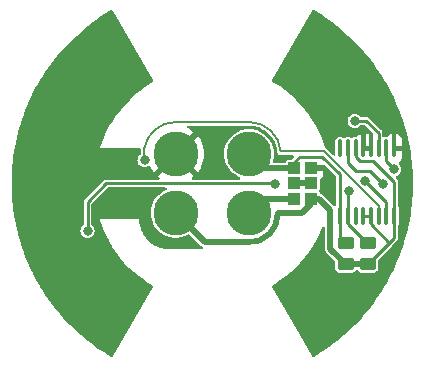
<source format=gbr>
%TF.GenerationSoftware,KiCad,Pcbnew,(7.0.0)*%
%TF.CreationDate,2024-02-03T20:33:07+01:00*%
%TF.ProjectId,Helios_rcv_10xx,48656c69-6f73-45f7-9263-765f31307878,rev?*%
%TF.SameCoordinates,PX9d5b340PY5f5e100*%
%TF.FileFunction,Copper,L2,Bot*%
%TF.FilePolarity,Positive*%
%FSLAX46Y46*%
G04 Gerber Fmt 4.6, Leading zero omitted, Abs format (unit mm)*
G04 Created by KiCad (PCBNEW (7.0.0)) date 2024-02-03 20:33:07*
%MOMM*%
%LPD*%
G01*
G04 APERTURE LIST*
G04 Aperture macros list*
%AMRoundRect*
0 Rectangle with rounded corners*
0 $1 Rounding radius*
0 $2 $3 $4 $5 $6 $7 $8 $9 X,Y pos of 4 corners*
0 Add a 4 corners polygon primitive as box body*
4,1,4,$2,$3,$4,$5,$6,$7,$8,$9,$2,$3,0*
0 Add four circle primitives for the rounded corners*
1,1,$1+$1,$2,$3*
1,1,$1+$1,$4,$5*
1,1,$1+$1,$6,$7*
1,1,$1+$1,$8,$9*
0 Add four rect primitives between the rounded corners*
20,1,$1+$1,$2,$3,$4,$5,0*
20,1,$1+$1,$4,$5,$6,$7,0*
20,1,$1+$1,$6,$7,$8,$9,0*
20,1,$1+$1,$8,$9,$2,$3,0*%
G04 Aperture macros list end*
%TA.AperFunction,SMDPad,CuDef*%
%ADD10RoundRect,0.250000X0.450000X-0.262500X0.450000X0.262500X-0.450000X0.262500X-0.450000X-0.262500X0*%
%TD*%
%TA.AperFunction,SMDPad,CuDef*%
%ADD11R,1.000000X1.000000*%
%TD*%
%TA.AperFunction,SMDPad,CuDef*%
%ADD12RoundRect,0.100000X-0.100000X0.637500X-0.100000X-0.637500X0.100000X-0.637500X0.100000X0.637500X0*%
%TD*%
%TA.AperFunction,ComponentPad*%
%ADD13C,3.800000*%
%TD*%
%TA.AperFunction,ViaPad*%
%ADD14C,0.800000*%
%TD*%
%TA.AperFunction,Conductor*%
%ADD15C,0.250000*%
%TD*%
%TA.AperFunction,Conductor*%
%ADD16C,0.500000*%
%TD*%
%TA.AperFunction,Conductor*%
%ADD17C,0.200000*%
%TD*%
G04 APERTURE END LIST*
D10*
%TO.P,R5,1*%
%TO.N,VCC*%
X13150000Y-6862500D03*
%TO.P,R5,2*%
%TO.N,SDA*%
X13150000Y-5037500D03*
%TD*%
D11*
%TO.P,JP2,1,A*%
%TO.N,SCL*%
X6949999Y1299999D03*
%TO.P,JP2,2,C*%
%TO.N,Net-(JP1-C)*%
X6949999Y0D03*
%TO.P,JP2,3,B*%
%TO.N,SDA*%
X6949999Y-1299999D03*
%TD*%
D12*
%TO.P,U2,1,A0*%
%TO.N,unconnected-(U2-A0-Pad1)*%
X10825000Y2962500D03*
%TO.P,U2,2,A1*%
%TO.N,SDA*%
X11475000Y2962500D03*
%TO.P,U2,3,~{RESET}*%
%TO.N,VCC*%
X12125000Y2962500D03*
%TO.P,U2,4,DGND*%
%TO.N,GND*%
X12775000Y2962500D03*
%TO.P,U2,5,AVSS*%
X13425000Y2962500D03*
%TO.P,U2,6,AIN3*%
%TO.N,F3*%
X14075000Y2962500D03*
%TO.P,U2,7,AIN2*%
%TO.N,F2*%
X14725000Y2962500D03*
%TO.P,U2,8,REFN*%
%TO.N,GND*%
X15375000Y2962500D03*
%TO.P,U2,9,REFP*%
%TO.N,VCC*%
X15375000Y-2762500D03*
%TO.P,U2,10,AIN1*%
%TO.N,F1*%
X14725000Y-2762500D03*
%TO.P,U2,11,AIN0*%
%TO.N,F0*%
X14075000Y-2762500D03*
%TO.P,U2,12,AVDD*%
%TO.N,VCC*%
X13425000Y-2762500D03*
%TO.P,U2,13,DVDD*%
X12775000Y-2762500D03*
%TO.P,U2,14,~{DRDY}*%
%TO.N,unconnected-(U2-~{DRDY}-Pad14)*%
X12125000Y-2762500D03*
%TO.P,U2,15,SDA*%
%TO.N,SDA*%
X11475000Y-2762500D03*
%TO.P,U2,16,SCL*%
%TO.N,SCL*%
X10825000Y-2762500D03*
%TD*%
D10*
%TO.P,R4,1*%
%TO.N,VCC*%
X11300000Y-6862500D03*
%TO.P,R4,2*%
%TO.N,SCL*%
X11300000Y-5037500D03*
%TD*%
D11*
%TO.P,JP1,1,A*%
%TO.N,GND*%
X8382499Y1299999D03*
%TO.P,JP1,2,C*%
%TO.N,Net-(JP1-C)*%
X8382499Y0D03*
%TO.P,JP1,3,B*%
%TO.N,VCC*%
X8382499Y-1299999D03*
%TD*%
D13*
%TO.P,J2,1,Pin_1*%
%TO.N,SCL*%
X3100000Y2500000D03*
%TO.P,J2,2,Pin_2*%
%TO.N,SDA*%
X3100000Y-2500000D03*
%TD*%
%TO.P,J1,1,Pin_1*%
%TO.N,GND*%
X-3100000Y2500000D03*
%TO.P,J1,2,Pin_2*%
%TO.N,VCC*%
X-3100000Y-2500000D03*
%TD*%
D14*
%TO.N,GND*%
X15086000Y5004000D03*
X9879000Y559000D03*
%TO.N,SDA*%
X11549500Y-675902D03*
X14451000Y-76000D03*
%TO.N,F0*%
X-5742000Y1956000D03*
%TO.N,F1*%
X-10568000Y-4013000D03*
X5285977Y-19939D03*
X12942874Y227099D03*
%TO.N,F2*%
X15396000Y1194000D03*
%TO.N,F3*%
X12050000Y5300000D03*
%TD*%
D15*
%TO.N,SCL*%
X6950000Y1800000D02*
X6950000Y1300000D01*
X10825000Y756000D02*
X9306000Y2275000D01*
X10825000Y-2762500D02*
X10825000Y756000D01*
X7425000Y2275000D02*
X6950000Y1800000D01*
X10825000Y-2762500D02*
X10825000Y-4562500D01*
D16*
X4300000Y1300000D02*
X3100000Y2500000D01*
D15*
X10825000Y-4562500D02*
X11300000Y-5037500D01*
D16*
X6950000Y1300000D02*
X4300000Y1300000D01*
D15*
X9306000Y2275000D02*
X7425000Y2275000D01*
%TO.N,SDA*%
X13308000Y1067000D02*
X12165000Y1067000D01*
D16*
X6950000Y-1300000D02*
X4300000Y-1300000D01*
D15*
X13061459Y-5037500D02*
X13150000Y-5037500D01*
X11475000Y-2762500D02*
X11475000Y-3451041D01*
X11549500Y-675902D02*
X11475000Y-750402D01*
X11475000Y-3451041D02*
X13061459Y-5037500D01*
X11475000Y-750402D02*
X11475000Y-2762500D01*
X11475000Y1757000D02*
X11475000Y2962500D01*
D16*
X4300000Y-1300000D02*
X3100000Y-2500000D01*
D15*
X14451000Y-76000D02*
X13308000Y1067000D01*
X12165000Y1067000D02*
X11475000Y1757000D01*
D16*
%TO.N,Net-(JP1-C)*%
X6950000Y0D02*
X8382500Y0D01*
%TO.N,VCC*%
X9050000Y-1300000D02*
X10000000Y-2250000D01*
D15*
X14981250Y-5007291D02*
X14981250Y-5031250D01*
D16*
X-3100000Y-2500000D02*
X-600000Y-5000000D01*
X7600000Y-2550000D02*
X5550000Y-2550000D01*
D15*
X15375000Y-2762500D02*
X15375000Y-4637500D01*
X12125000Y2962500D02*
X12125000Y2273959D01*
D16*
X10000000Y-5562500D02*
X11300000Y-6862500D01*
D15*
X15375000Y143000D02*
X15375000Y-2762500D01*
X15375000Y-4637500D02*
X14981250Y-5031250D01*
D16*
X11300000Y-6862500D02*
X13150000Y-6862500D01*
D15*
X13425000Y-2762500D02*
X13425000Y-3451041D01*
X14981250Y-5031250D02*
X13150000Y-6862500D01*
X13425000Y-3451041D02*
X14981250Y-5007291D01*
D16*
X8382500Y-1300000D02*
X8382500Y-1767500D01*
X10000000Y-2250000D02*
X10000000Y-5562500D01*
D15*
X13618000Y1900000D02*
X15375000Y143000D01*
X12775000Y-2762500D02*
X13425000Y-2762500D01*
D16*
X8382500Y-1300000D02*
X9050000Y-1300000D01*
D15*
X12498959Y1900000D02*
X13618000Y1900000D01*
D16*
X-600000Y-5000000D02*
X3100000Y-5000000D01*
X8382500Y-1767500D02*
X7600000Y-2550000D01*
D15*
X12125000Y2273959D02*
X12498959Y1900000D01*
D16*
X3100000Y-5000000D02*
G75*
G03*
X5550000Y-2550000I0J2450000D01*
G01*
D17*
%TO.N,F0*%
X9482040Y2700000D02*
X12062869Y119171D01*
X-5758291Y1972291D02*
X-5758291Y2987150D01*
X-5742000Y1956000D02*
X-5758291Y1972291D01*
X-3084006Y5200000D02*
X3100000Y5200000D01*
X12474364Y-292324D02*
X14075000Y-1892960D01*
X14075000Y-1892960D02*
X14075000Y-2762500D01*
X12472919Y-292324D02*
X12474364Y-292324D01*
X5800000Y2700000D02*
X9482040Y2700000D01*
X12062869Y119171D02*
X12062869Y117726D01*
X12062869Y117726D02*
X12472919Y-292324D01*
X-3100000Y5200021D02*
G75*
G03*
X-5758290Y2987150I2000J-2705521D01*
G01*
X5792888Y2695846D02*
G75*
G03*
X3100000Y5200000I-2692888J-195846D01*
G01*
D15*
%TO.N,F1*%
X5285977Y-19939D02*
X5285977Y-12932D01*
X12942874Y227099D02*
X14725000Y-1555027D01*
X14725000Y-1555027D02*
X14725000Y-2762500D01*
X-8973924Y-5924D02*
X-10568000Y-1600000D01*
X-10568000Y-1600000D02*
X-10568000Y-4013000D01*
X5285977Y-19939D02*
X5271962Y-5924D01*
X5285977Y-12932D02*
X5278969Y-5924D01*
X5271962Y-5924D02*
X-8973924Y-5924D01*
%TO.N,F2*%
X15396000Y1194000D02*
X14725000Y1865000D01*
X14725000Y1865000D02*
X14725000Y2962500D01*
%TO.N,F3*%
X13050000Y5300000D02*
X12050000Y5300000D01*
X14075000Y2962500D02*
X14075000Y4275000D01*
X14075000Y4275000D02*
X13050000Y5300000D01*
%TD*%
%TA.AperFunction,Conductor*%
%TO.N,GND*%
G36*
X-8471056Y14664506D02*
G01*
X-8424854Y14618594D01*
X-5036826Y8739369D01*
X-5020263Y8677355D01*
X-5036927Y8615368D01*
X-5082352Y8570018D01*
X-5219400Y8491045D01*
X-5219430Y8491027D01*
X-5220939Y8490157D01*
X-5222400Y8489201D01*
X-5222418Y8489189D01*
X-5695358Y8179418D01*
X-5695391Y8179396D01*
X-5696846Y8178442D01*
X-5698266Y8177392D01*
X-5698281Y8177381D01*
X-6152766Y7841139D01*
X-6152800Y7841113D01*
X-6154194Y7840081D01*
X-6155533Y7838968D01*
X-6155562Y7838944D01*
X-6590122Y7477316D01*
X-6590134Y7477306D01*
X-6591490Y7476177D01*
X-6592784Y7474970D01*
X-6592794Y7474960D01*
X-7006004Y7089139D01*
X-7006035Y7089109D01*
X-7007312Y7087916D01*
X-7008517Y7086655D01*
X-7008543Y7086629D01*
X-7399088Y6677836D01*
X-7399108Y6677815D01*
X-7400304Y6676562D01*
X-7401432Y6675239D01*
X-7401447Y6675221D01*
X-7768037Y6244804D01*
X-7768053Y6244785D01*
X-7769185Y6243455D01*
X-7770237Y6242068D01*
X-7770260Y6242038D01*
X-8111674Y5791434D01*
X-8112754Y5790008D01*
X-8113744Y5788534D01*
X-8113748Y5788528D01*
X-8428911Y5319158D01*
X-8428922Y5319142D01*
X-8429892Y5317696D01*
X-8430785Y5316188D01*
X-8430786Y5316185D01*
X-8716447Y4833329D01*
X-8719565Y4828059D01*
X-8720359Y4826525D01*
X-8720368Y4826507D01*
X-8980023Y4324253D01*
X-8980829Y4322693D01*
X-8981542Y4321098D01*
X-8981551Y4321078D01*
X-9212115Y3804855D01*
X-9212127Y3804827D01*
X-9212834Y3803243D01*
X-9213452Y3801618D01*
X-9213459Y3801599D01*
X-9414193Y3273062D01*
X-9414823Y3271402D01*
X-9415350Y3269734D01*
X-9415357Y3269713D01*
X-9495704Y3015266D01*
X-9495704Y3015264D01*
X-9500466Y3000183D01*
X-9500541Y3000000D01*
X-9500532Y2999978D01*
X-9500627Y2999674D01*
X-9500175Y2999532D01*
X-9500099Y2999500D01*
X-9500076Y2999500D01*
X-9499674Y2999373D01*
X-9499634Y2999500D01*
X-6200500Y2999500D01*
X-6199901Y2999500D01*
X-6199500Y2999500D01*
X-6199500Y2999901D01*
X-6199459Y3000000D01*
X-6199496Y3000088D01*
X-6199487Y3000257D01*
X-6158599Y3001594D01*
X-6107304Y2978352D01*
X-6071579Y2934821D01*
X-6058791Y2879977D01*
X-6058791Y2530982D01*
X-6071579Y2476138D01*
X-6107305Y2432606D01*
X-6163836Y2389229D01*
X-6163840Y2389226D01*
X-6170282Y2384282D01*
X-6175226Y2377840D01*
X-6175229Y2377836D01*
X-6261589Y2265289D01*
X-6261592Y2265286D01*
X-6266536Y2258841D01*
X-6269645Y2251338D01*
X-6269646Y2251334D01*
X-6323934Y2120272D01*
X-6323936Y2120267D01*
X-6327044Y2112762D01*
X-6328104Y2104711D01*
X-6328106Y2104703D01*
X-6341912Y1999826D01*
X-6347682Y1956000D01*
X-6346621Y1947941D01*
X-6328106Y1807298D01*
X-6328105Y1807292D01*
X-6327044Y1799238D01*
X-6323935Y1791732D01*
X-6323934Y1791729D01*
X-6277608Y1679888D01*
X-6266536Y1653159D01*
X-6257927Y1641940D01*
X-6211893Y1581946D01*
X-6170282Y1527718D01*
X-6044841Y1431464D01*
X-5898762Y1370956D01*
X-5742000Y1350318D01*
X-5585238Y1370956D01*
X-5439159Y1431464D01*
X-5422043Y1444599D01*
X-5372184Y1467546D01*
X-5317298Y1466722D01*
X-5268145Y1442283D01*
X-5234359Y1399020D01*
X-5208953Y1345030D01*
X-5205209Y1338219D01*
X-5047570Y1089819D01*
X-5042994Y1083521D01*
X-4975727Y1002210D01*
X-4964425Y994442D01*
X-4952443Y1001112D01*
X-3453553Y2500000D01*
X-2741569Y2500000D01*
X-2734905Y2488458D01*
X-1247559Y1001112D01*
X-1235576Y994442D01*
X-1224277Y1002207D01*
X-1157003Y1083526D01*
X-1152432Y1089818D01*
X-994793Y1338218D01*
X-991051Y1345024D01*
X-865782Y1611235D01*
X-862922Y1618459D01*
X-772010Y1898255D01*
X-770074Y1905794D01*
X-714947Y2194780D01*
X-713973Y2202500D01*
X-695500Y2496106D01*
X-695500Y2503894D01*
X-713973Y2797501D01*
X-714947Y2805221D01*
X-770074Y3094207D01*
X-772010Y3101746D01*
X-862922Y3381542D01*
X-865782Y3388766D01*
X-991051Y3654977D01*
X-994793Y3661783D01*
X-1152431Y3910182D01*
X-1157007Y3916480D01*
X-1224275Y3997792D01*
X-1235577Y4005560D01*
X-1247559Y3998890D01*
X-2734905Y2511543D01*
X-2741569Y2500000D01*
X-3453553Y2500000D01*
X-3100000Y2853553D01*
X-1596073Y4357482D01*
X-1590169Y4366706D01*
X-1597440Y4374889D01*
X-1808321Y4528103D01*
X-1814885Y4532268D01*
X-2059666Y4666838D01*
X-2106261Y4711710D01*
X-2123918Y4773942D01*
X-2107831Y4836598D01*
X-2062377Y4882627D01*
X-1999928Y4899500D01*
X3052405Y4899500D01*
X3096430Y4899500D01*
X3103571Y4899294D01*
X3368790Y4883995D01*
X3382950Y4882356D01*
X3641142Y4837273D01*
X3655031Y4834013D01*
X3906314Y4759543D01*
X3919743Y4754706D01*
X4160800Y4651832D01*
X4173576Y4645486D01*
X4320962Y4561371D01*
X4401190Y4515584D01*
X4413167Y4507802D01*
X4624337Y4352585D01*
X4635339Y4343478D01*
X4748147Y4238575D01*
X4827256Y4165011D01*
X4837138Y4154698D01*
X4860596Y4127210D01*
X4955204Y4016346D01*
X5007259Y3955348D01*
X5015887Y3943970D01*
X5152919Y3739842D01*
X5161956Y3726381D01*
X5169220Y3714086D01*
X5181501Y3690262D01*
X5289304Y3481133D01*
X5295106Y3468082D01*
X5387602Y3222876D01*
X5391865Y3209244D01*
X5455551Y2955027D01*
X5458218Y2940996D01*
X5492717Y2677571D01*
X5493440Y2670465D01*
X5495873Y2637007D01*
X5496632Y2626580D01*
X5532536Y2538422D01*
X5555218Y2511543D01*
X5580254Y2481873D01*
X5593925Y2465673D01*
X5674790Y2415456D01*
X5767216Y2392685D01*
X5856421Y2399174D01*
X5865416Y2399500D01*
X6789811Y2399500D01*
X6846106Y2385985D01*
X6890129Y2348385D01*
X6912284Y2294898D01*
X6907742Y2237182D01*
X6877493Y2187821D01*
X6802435Y2112762D01*
X6733714Y2044041D01*
X6725744Y2036738D01*
X6717137Y2029515D01*
X6679840Y2007979D01*
X6637426Y2000500D01*
X6430252Y2000500D01*
X6424277Y1999312D01*
X6424271Y1999311D01*
X6383747Y1991250D01*
X6383745Y1991250D01*
X6371769Y1988867D01*
X6361618Y1982085D01*
X6361615Y1982083D01*
X6315601Y1951337D01*
X6315598Y1951335D01*
X6305448Y1944552D01*
X6298665Y1934402D01*
X6298663Y1934399D01*
X6267917Y1888385D01*
X6267915Y1888382D01*
X6261133Y1878231D01*
X6258750Y1866255D01*
X6258750Y1866253D01*
X6255579Y1850309D01*
X6232338Y1799014D01*
X6188806Y1763288D01*
X6133962Y1750500D01*
X5238508Y1750500D01*
X5181460Y1764402D01*
X5137204Y1802991D01*
X5115663Y1857615D01*
X5121667Y1916024D01*
X5127334Y1931968D01*
X5185798Y2213314D01*
X5205408Y2500000D01*
X5185798Y2786686D01*
X5127334Y3068032D01*
X5031104Y3338797D01*
X4898901Y3593936D01*
X4756143Y3796179D01*
X4735633Y3825236D01*
X4735630Y3825239D01*
X4733189Y3828698D01*
X4575266Y3997792D01*
X4539940Y4035617D01*
X4539938Y4035619D01*
X4537053Y4038708D01*
X4533771Y4041378D01*
X4533768Y4041381D01*
X4317429Y4217385D01*
X4317428Y4217386D01*
X4314147Y4220055D01*
X4176423Y4303807D01*
X4072243Y4367161D01*
X4072241Y4367162D01*
X4068625Y4369361D01*
X4064745Y4371047D01*
X4064738Y4371050D01*
X3808939Y4482159D01*
X3808929Y4482163D01*
X3805058Y4483844D01*
X3767269Y4494432D01*
X3532437Y4560229D01*
X3532424Y4560232D01*
X3528358Y4561371D01*
X3524168Y4561947D01*
X3524158Y4561949D01*
X3247875Y4599924D01*
X3247862Y4599925D01*
X3243678Y4600500D01*
X2956322Y4600500D01*
X2952138Y4599925D01*
X2952124Y4599924D01*
X2675841Y4561949D01*
X2675828Y4561947D01*
X2671642Y4561371D01*
X2667577Y4560233D01*
X2667562Y4560229D01*
X2399013Y4484985D01*
X2399008Y4484984D01*
X2394942Y4483844D01*
X2391075Y4482165D01*
X2391060Y4482159D01*
X2135261Y4371050D01*
X2135248Y4371044D01*
X2131375Y4369361D01*
X2127764Y4367166D01*
X2127756Y4367161D01*
X1889465Y4222252D01*
X1889460Y4222249D01*
X1885853Y4220055D01*
X1882578Y4217391D01*
X1882570Y4217385D01*
X1666231Y4041381D01*
X1666220Y4041372D01*
X1662947Y4038708D01*
X1660068Y4035626D01*
X1660059Y4035617D01*
X1469699Y3831791D01*
X1469694Y3831786D01*
X1466811Y3828698D01*
X1464375Y3825248D01*
X1464366Y3825236D01*
X1303545Y3597402D01*
X1303541Y3597397D01*
X1301099Y3593936D01*
X1299153Y3590182D01*
X1299149Y3590174D01*
X1170845Y3342560D01*
X1170840Y3342550D01*
X1168896Y3338797D01*
X1167479Y3334812D01*
X1167475Y3334801D01*
X1074085Y3072026D01*
X1072666Y3068032D01*
X1071804Y3063887D01*
X1071803Y3063881D01*
X1015063Y2790833D01*
X1015061Y2790823D01*
X1014202Y2786686D01*
X1013913Y2782471D01*
X1013913Y2782466D01*
X997220Y2538422D01*
X994592Y2500000D01*
X994881Y2495775D01*
X1013875Y2218086D01*
X1014202Y2213314D01*
X1015061Y2209176D01*
X1015063Y2209168D01*
X1058425Y2000500D01*
X1072666Y1931968D01*
X1074084Y1927977D01*
X1074085Y1927975D01*
X1165491Y1670782D01*
X1168896Y1661203D01*
X1170843Y1657445D01*
X1170845Y1657441D01*
X1243728Y1516785D01*
X1301099Y1406064D01*
X1315907Y1385086D01*
X1464366Y1174765D01*
X1464370Y1174760D01*
X1466811Y1171302D01*
X1469699Y1168210D01*
X1625757Y1001112D01*
X1662947Y961292D01*
X1666228Y958623D01*
X1666231Y958620D01*
X1749152Y891159D01*
X1885853Y779945D01*
X2131375Y630639D01*
X2271415Y569811D01*
X2300196Y557310D01*
X2352098Y515084D01*
X2374505Y452038D01*
X2360892Y386528D01*
X2315222Y337628D01*
X2250794Y319576D01*
X-1636341Y319576D01*
X-1696078Y334914D01*
X-1741038Y377133D01*
X-1760096Y435790D01*
X-1748540Y496372D01*
X-1709227Y543894D01*
X-1597440Y625113D01*
X-1590169Y633296D01*
X-1596073Y642520D01*
X-3088458Y2134905D01*
X-3100000Y2141569D01*
X-3111543Y2134905D01*
X-4603929Y642520D01*
X-4609833Y633296D01*
X-4602562Y625113D01*
X-4490774Y543894D01*
X-4451461Y496372D01*
X-4439905Y435790D01*
X-4458963Y377133D01*
X-4503923Y334914D01*
X-4563660Y319576D01*
X-8954297Y319576D01*
X-8965105Y320048D01*
X-8991925Y322395D01*
X-8991928Y322395D01*
X-9002731Y323340D01*
X-9039227Y313562D01*
X-9049775Y311223D01*
X-9076289Y306548D01*
X-9076293Y306547D01*
X-9086969Y304664D01*
X-9096358Y299245D01*
X-9099806Y297989D01*
X-9103136Y296437D01*
X-9113608Y293630D01*
X-9144553Y271964D01*
X-9153660Y266162D01*
X-9176984Y252696D01*
X-9176990Y252692D01*
X-9186379Y247270D01*
X-9193350Y238964D01*
X-9193351Y238962D01*
X-9210662Y218332D01*
X-9217968Y210360D01*
X-10784286Y-1355958D01*
X-10792258Y-1363264D01*
X-10812886Y-1380573D01*
X-10812888Y-1380574D01*
X-10821194Y-1387545D01*
X-10826616Y-1396934D01*
X-10826620Y-1396940D01*
X-10840086Y-1420264D01*
X-10845888Y-1429371D01*
X-10867554Y-1460316D01*
X-10870361Y-1470788D01*
X-10871913Y-1474118D01*
X-10873169Y-1477566D01*
X-10878588Y-1486955D01*
X-10880471Y-1497631D01*
X-10880472Y-1497635D01*
X-10885147Y-1524149D01*
X-10887486Y-1534697D01*
X-10897264Y-1571193D01*
X-10896319Y-1581996D01*
X-10896319Y-1581999D01*
X-10893972Y-1608819D01*
X-10893500Y-1619627D01*
X-10893500Y-3444701D01*
X-10906288Y-3499545D01*
X-10942014Y-3543077D01*
X-10989836Y-3579771D01*
X-10989840Y-3579774D01*
X-10996282Y-3584718D01*
X-11001226Y-3591160D01*
X-11001229Y-3591164D01*
X-11087589Y-3703711D01*
X-11087592Y-3703714D01*
X-11092536Y-3710159D01*
X-11095645Y-3717662D01*
X-11095646Y-3717666D01*
X-11149934Y-3848728D01*
X-11149936Y-3848733D01*
X-11153044Y-3856238D01*
X-11154104Y-3864289D01*
X-11154106Y-3864297D01*
X-11172298Y-4002482D01*
X-11173682Y-4013000D01*
X-11172621Y-4021059D01*
X-11154106Y-4161702D01*
X-11154105Y-4161708D01*
X-11153044Y-4169762D01*
X-11149935Y-4177268D01*
X-11149934Y-4177271D01*
X-11095831Y-4307887D01*
X-11092536Y-4315841D01*
X-10996282Y-4441282D01*
X-10870841Y-4537536D01*
X-10724762Y-4598044D01*
X-10568000Y-4618682D01*
X-10411238Y-4598044D01*
X-10265159Y-4537536D01*
X-10139718Y-4441282D01*
X-10043464Y-4315841D01*
X-9982956Y-4169762D01*
X-9962318Y-4013000D01*
X-9982956Y-3856238D01*
X-10043464Y-3710159D01*
X-10139718Y-3584718D01*
X-10155296Y-3572765D01*
X-10193986Y-3543077D01*
X-10229712Y-3499545D01*
X-10242500Y-3444701D01*
X-10242500Y-1786188D01*
X-10233061Y-1738735D01*
X-10206181Y-1698507D01*
X-8875417Y-367743D01*
X-8835189Y-340863D01*
X-8787736Y-331424D01*
X-3976483Y-331424D01*
X-3912055Y-349476D01*
X-3866385Y-398376D01*
X-3852772Y-463886D01*
X-3875179Y-526932D01*
X-3927081Y-569158D01*
X-4064739Y-628950D01*
X-4064752Y-628956D01*
X-4068625Y-630639D01*
X-4072236Y-632834D01*
X-4072244Y-632839D01*
X-4310535Y-777748D01*
X-4310540Y-777751D01*
X-4314147Y-779945D01*
X-4317422Y-782609D01*
X-4317430Y-782615D01*
X-4533769Y-958619D01*
X-4533780Y-958628D01*
X-4537053Y-961292D01*
X-4539932Y-964374D01*
X-4539941Y-964383D01*
X-4730301Y-1168209D01*
X-4730306Y-1168214D01*
X-4733189Y-1171302D01*
X-4735625Y-1174752D01*
X-4735634Y-1174764D01*
X-4896455Y-1402598D01*
X-4896459Y-1402603D01*
X-4898901Y-1406064D01*
X-4900847Y-1409818D01*
X-4900851Y-1409826D01*
X-5029155Y-1657440D01*
X-5029160Y-1657450D01*
X-5031104Y-1661203D01*
X-5032521Y-1665188D01*
X-5032525Y-1665199D01*
X-5125497Y-1926798D01*
X-5127334Y-1931968D01*
X-5128196Y-1936113D01*
X-5128197Y-1936119D01*
X-5184937Y-2209167D01*
X-5184939Y-2209177D01*
X-5185798Y-2213314D01*
X-5186087Y-2217529D01*
X-5186087Y-2217534D01*
X-5201339Y-2440512D01*
X-5205408Y-2500000D01*
X-5185798Y-2786686D01*
X-5184939Y-2790824D01*
X-5184937Y-2790832D01*
X-5130470Y-3052942D01*
X-5127334Y-3068032D01*
X-5125916Y-3072023D01*
X-5125915Y-3072025D01*
X-5041269Y-3310197D01*
X-5031104Y-3338797D01*
X-5029157Y-3342555D01*
X-5029155Y-3342559D01*
X-4900851Y-3590173D01*
X-4898901Y-3593936D01*
X-4896455Y-3597401D01*
X-4735634Y-3825235D01*
X-4735630Y-3825240D01*
X-4733189Y-3828698D01*
X-4537053Y-4038708D01*
X-4533772Y-4041377D01*
X-4533769Y-4041380D01*
X-4494423Y-4073390D01*
X-4314147Y-4220055D01*
X-4068625Y-4369361D01*
X-4064740Y-4371048D01*
X-4064739Y-4371049D01*
X-3850323Y-4464183D01*
X-3805058Y-4483844D01*
X-3613427Y-4537536D01*
X-3532438Y-4560228D01*
X-3532436Y-4560228D01*
X-3528358Y-4561371D01*
X-3243678Y-4600500D01*
X-2960559Y-4600500D01*
X-2956322Y-4600500D01*
X-2671642Y-4561371D01*
X-2394942Y-4483844D01*
X-2131375Y-4369361D01*
X-2050667Y-4320280D01*
X-1998920Y-4302878D01*
X-1944713Y-4309387D01*
X-1898557Y-4338547D01*
X-941370Y-5295733D01*
X-932104Y-5306101D01*
X-928019Y-5311224D01*
X-909879Y-5333970D01*
X-902202Y-5339204D01*
X-902201Y-5339205D01*
X-868091Y-5362461D01*
X-827020Y-5409487D01*
X-814071Y-5470565D01*
X-832527Y-5530211D01*
X-877708Y-5573303D01*
X-938161Y-5588915D01*
X-2419981Y-5586297D01*
X-2419982Y-5586296D01*
X-2419982Y-5586297D01*
X-3499766Y-5583889D01*
X-3499934Y-5583888D01*
X-3499934Y-5583867D01*
X-3500344Y-5583884D01*
X-3501203Y-5583877D01*
X-3613111Y-5582330D01*
X-3613659Y-5582321D01*
X-3798013Y-5578957D01*
X-3811676Y-5577951D01*
X-3947370Y-5560379D01*
X-3948999Y-5560157D01*
X-4104388Y-5537936D01*
X-4116760Y-5535520D01*
X-4254790Y-5501193D01*
X-4257440Y-5500502D01*
X-4403664Y-5460689D01*
X-4414609Y-5457156D01*
X-4477921Y-5433420D01*
X-4549775Y-5406481D01*
X-4553346Y-5405079D01*
X-4691588Y-5348312D01*
X-4701046Y-5343955D01*
X-4830446Y-5277630D01*
X-4834792Y-5275292D01*
X-4964035Y-5202414D01*
X-4971973Y-5197536D01*
X-5093414Y-5116471D01*
X-5098336Y-5113010D01*
X-5181613Y-5051364D01*
X-5217162Y-5025048D01*
X-5223592Y-5019949D01*
X-5335159Y-4925297D01*
X-5340406Y-4920580D01*
X-5447361Y-4818714D01*
X-5452360Y-4813671D01*
X-5552342Y-4706838D01*
X-5557730Y-4700683D01*
X-5651373Y-4586283D01*
X-5655077Y-4581527D01*
X-5656855Y-4579125D01*
X-5741978Y-4464155D01*
X-5747208Y-4456507D01*
X-5826294Y-4330965D01*
X-5828832Y-4326753D01*
X-5828928Y-4326587D01*
X-5901399Y-4200706D01*
X-5906211Y-4191471D01*
X-5969628Y-4056192D01*
X-5971203Y-4052693D01*
X-5984855Y-4021059D01*
X-6028415Y-3920125D01*
X-6032471Y-3909381D01*
X-6079388Y-3765183D01*
X-6080163Y-3762712D01*
X-6121191Y-3626450D01*
X-6124205Y-3614214D01*
X-6153982Y-3460024D01*
X-6154232Y-3458685D01*
X-6178430Y-3323795D01*
X-6180100Y-3310197D01*
X-6192638Y-3123084D01*
X-6199511Y-3013343D01*
X-6199459Y-3013217D01*
X-6199501Y-3013116D01*
X-6199503Y-3012715D01*
X-6199903Y-3012717D01*
X-6216086Y-3012728D01*
X-6216088Y-3012728D01*
X-9531312Y-3015106D01*
X-9531313Y-3015106D01*
X-9549099Y-3015119D01*
X-9549139Y-3014993D01*
X-9549542Y-3015119D01*
X-9549564Y-3015120D01*
X-9549640Y-3015151D01*
X-9550092Y-3015294D01*
X-9549997Y-3015597D01*
X-9550006Y-3015620D01*
X-9549937Y-3015788D01*
X-9545263Y-3030590D01*
X-9545263Y-3030592D01*
X-9472404Y-3261322D01*
X-9463841Y-3288439D01*
X-9463212Y-3290095D01*
X-9463211Y-3290098D01*
X-9281594Y-3768298D01*
X-9260795Y-3823060D01*
X-9260083Y-3824655D01*
X-9260076Y-3824671D01*
X-9156670Y-4056192D01*
X-9027577Y-4345224D01*
X-9026771Y-4346783D01*
X-8785611Y-4813259D01*
X-8764945Y-4853232D01*
X-8664213Y-5023498D01*
X-8477437Y-5339205D01*
X-8473756Y-5345426D01*
X-8472789Y-5346867D01*
X-8472784Y-5346874D01*
X-8227652Y-5711943D01*
X-8154958Y-5820204D01*
X-8153901Y-5821599D01*
X-8153891Y-5821613D01*
X-7982734Y-6047505D01*
X-7809590Y-6276020D01*
X-7808446Y-6277363D01*
X-7445795Y-6703148D01*
X-7438777Y-6711387D01*
X-7043728Y-7124887D01*
X-6625729Y-7515174D01*
X-6624367Y-7516307D01*
X-6624364Y-7516310D01*
X-6187509Y-7879838D01*
X-6187498Y-7879846D01*
X-6186142Y-7880975D01*
X-5726400Y-8221098D01*
X-5724940Y-8222054D01*
X-5724926Y-8222064D01*
X-5411086Y-8427620D01*
X-5248001Y-8534436D01*
X-5246458Y-8535325D01*
X-5108130Y-8615034D01*
X-5062703Y-8660384D01*
X-5046039Y-8722373D01*
X-5062603Y-8784388D01*
X-8424853Y-14618596D01*
X-8471056Y-14664507D01*
X-8534153Y-14680667D01*
X-8596737Y-14662617D01*
X-9177090Y-14309552D01*
X-9182061Y-14306363D01*
X-9663178Y-13981304D01*
X-9663228Y-13981270D01*
X-9854768Y-13851395D01*
X-9859387Y-13848105D01*
X-10272927Y-13539031D01*
X-10273201Y-13538826D01*
X-10510405Y-13360518D01*
X-10514776Y-13357076D01*
X-10891369Y-13046599D01*
X-10891740Y-13046292D01*
X-11141641Y-12838632D01*
X-11145737Y-12835074D01*
X-11145748Y-12835064D01*
X-11495746Y-12517338D01*
X-11495978Y-12517126D01*
X-11747020Y-12286938D01*
X-11750813Y-12283308D01*
X-12078228Y-11956320D01*
X-12078761Y-11955785D01*
X-12325074Y-11706778D01*
X-12328620Y-11703041D01*
X-12635472Y-11365910D01*
X-12636070Y-11365248D01*
X-12874541Y-11099425D01*
X-12874543Y-11099423D01*
X-12874553Y-11099411D01*
X-12877775Y-11095670D01*
X-13165140Y-10748039D01*
X-13165665Y-10747398D01*
X-13394082Y-10466353D01*
X-13397082Y-10462510D01*
X-13595446Y-10197824D01*
X-13665367Y-10104525D01*
X-13665915Y-10103786D01*
X-13882520Y-9809014D01*
X-13885245Y-9805153D01*
X-14066088Y-9538243D01*
X-14134617Y-9437099D01*
X-14135225Y-9436191D01*
X-14338729Y-9128919D01*
X-14341162Y-9125094D01*
X-14571471Y-8747635D01*
X-14572215Y-8746400D01*
X-14613600Y-8676765D01*
X-14761668Y-8427620D01*
X-14763824Y-8423837D01*
X-14975038Y-8037412D01*
X-14975765Y-8036061D01*
X-14998277Y-7993598D01*
X-15150275Y-7706890D01*
X-15152229Y-7703043D01*
X-15214245Y-7575500D01*
X-15344154Y-7308327D01*
X-15344866Y-7306835D01*
X-15503736Y-6968255D01*
X-15505452Y-6964433D01*
X-15528372Y-6910959D01*
X-15677913Y-6562074D01*
X-15678518Y-6560633D01*
X-15821222Y-6213447D01*
X-15822694Y-6209692D01*
X-15828501Y-6194138D01*
X-15975409Y-5800618D01*
X-15976082Y-5798771D01*
X-15987134Y-5767649D01*
X-16101979Y-5444255D01*
X-16103222Y-5440569D01*
X-16236062Y-5025379D01*
X-16236622Y-5023574D01*
X-16345364Y-4662449D01*
X-16346354Y-4658971D01*
X-16459124Y-4238475D01*
X-16459644Y-4236465D01*
X-16550790Y-3869945D01*
X-16551605Y-3866452D01*
X-16644099Y-3441630D01*
X-16644579Y-3439312D01*
X-16717829Y-3068426D01*
X-16718440Y-3065086D01*
X-16790545Y-2636659D01*
X-16790916Y-2634298D01*
X-16846066Y-2259874D01*
X-16846498Y-2256643D01*
X-16898089Y-1825518D01*
X-16898358Y-1823030D01*
X-16935224Y-1446097D01*
X-16935491Y-1442948D01*
X-16935496Y-1442880D01*
X-16966469Y-1010191D01*
X-16966636Y-1007399D01*
X-16967295Y-993896D01*
X-16985099Y-628950D01*
X-16985205Y-626038D01*
X-16995536Y-192367D01*
X-16995571Y-189414D01*
X-16995571Y189414D01*
X-16995536Y192367D01*
X-16993226Y289348D01*
X-16985205Y626043D01*
X-16985096Y629013D01*
X-16966633Y1007452D01*
X-16966467Y1010211D01*
X-16963955Y1045298D01*
X-16935487Y1442999D01*
X-16935223Y1446115D01*
X-16898354Y1823074D01*
X-16898091Y1825498D01*
X-16846496Y2256664D01*
X-16846069Y2259856D01*
X-16790903Y2634389D01*
X-16790550Y2636625D01*
X-16718435Y3065113D01*
X-16717834Y3068402D01*
X-16644563Y3439395D01*
X-16644108Y3441588D01*
X-16551599Y3866484D01*
X-16550798Y3869916D01*
X-16459630Y4236520D01*
X-16459138Y4238424D01*
X-16346344Y4659009D01*
X-16345375Y4662416D01*
X-16236603Y5023640D01*
X-16236086Y5025302D01*
X-16103201Y5440634D01*
X-16101993Y5444218D01*
X-15976045Y5798878D01*
X-15975443Y5800529D01*
X-15822671Y6209755D01*
X-15821239Y6213407D01*
X-15678479Y6560729D01*
X-15677960Y6561966D01*
X-15505430Y6964486D01*
X-15503740Y6968247D01*
X-15344809Y7306958D01*
X-15344212Y7308209D01*
X-15152200Y7703104D01*
X-15150299Y7706845D01*
X-14975675Y8036232D01*
X-14975121Y8037261D01*
X-14763797Y8423888D01*
X-14761696Y8427574D01*
X-14572136Y8746535D01*
X-14571569Y8747476D01*
X-14341132Y9125144D01*
X-14338761Y9128871D01*
X-14135086Y9436402D01*
X-14134755Y9436897D01*
X-13885217Y9805195D01*
X-13882541Y9808988D01*
X-13665763Y10103993D01*
X-13665530Y10104308D01*
X-13397063Y10462538D01*
X-13394082Y10466355D01*
X-13394079Y10466359D01*
X-13165544Y10747548D01*
X-13165343Y10747794D01*
X-12877734Y11095721D01*
X-12874596Y11099364D01*
X-12635823Y11365525D01*
X-12328583Y11703083D01*
X-12325111Y11706742D01*
X-12078529Y11956021D01*
X-11750759Y12283363D01*
X-11747070Y12286893D01*
X-11495838Y12517255D01*
X-11145683Y12835124D01*
X-11141695Y12838588D01*
X-10891763Y13046275D01*
X-10514726Y13357118D01*
X-10510456Y13360481D01*
X-10273087Y13538913D01*
X-10272927Y13539032D01*
X-10117149Y13655460D01*
X-9859361Y13848127D01*
X-9854826Y13851357D01*
X-9663451Y13981120D01*
X-9182033Y14306383D01*
X-9177118Y14309536D01*
X-8596737Y14662618D01*
X-8534154Y14680667D01*
X-8471056Y14664506D01*
G37*
%TD.AperFunction*%
%TA.AperFunction,Conductor*%
G36*
X8595705Y14662493D02*
G01*
X9175861Y14309547D01*
X9180814Y14306370D01*
X9661641Y13981507D01*
X9661921Y13981318D01*
X9853547Y13851385D01*
X9858135Y13848117D01*
X9858149Y13848107D01*
X10271481Y13539189D01*
X10509191Y13360501D01*
X10513534Y13357080D01*
X10781164Y13136436D01*
X10889955Y13046745D01*
X10890326Y13046438D01*
X11140413Y12838624D01*
X11144501Y12835073D01*
X11494475Y12517369D01*
X11745751Y12286967D01*
X11745764Y12286955D01*
X11749585Y12283299D01*
X12076907Y11956405D01*
X12077440Y11955869D01*
X12323845Y11706769D01*
X12327391Y11703032D01*
X12634140Y11366014D01*
X12634738Y11365352D01*
X12873301Y11099425D01*
X12876573Y11095626D01*
X13163824Y10748133D01*
X13164478Y10747336D01*
X13392840Y10466359D01*
X13395840Y10462515D01*
X13664044Y10104638D01*
X13664740Y10103700D01*
X13881280Y9809016D01*
X13884013Y9805144D01*
X14133258Y9437278D01*
X14133985Y9436193D01*
X14337485Y9128926D01*
X14339954Y9125043D01*
X14570206Y8747678D01*
X14570950Y8746443D01*
X14760412Y8427650D01*
X14762623Y8423771D01*
X14973758Y8037488D01*
X14974507Y8036097D01*
X15149034Y7706893D01*
X15150994Y7703035D01*
X15342872Y7308415D01*
X15343612Y7306866D01*
X15502501Y6968247D01*
X15504217Y6964424D01*
X15676605Y6562236D01*
X15677323Y6560526D01*
X15819979Y6213456D01*
X15821458Y6209683D01*
X15974155Y5800658D01*
X15974837Y5798787D01*
X16100733Y5444275D01*
X16101984Y5440565D01*
X16234774Y5025534D01*
X16235406Y5023500D01*
X16344109Y4662505D01*
X16345143Y4658872D01*
X16457859Y4238575D01*
X16458426Y4236380D01*
X16549543Y3869979D01*
X16550370Y3866434D01*
X16642851Y3441671D01*
X16643339Y3439317D01*
X16716582Y3068460D01*
X16717212Y3065014D01*
X16789280Y2636811D01*
X16789676Y2634300D01*
X16844825Y2259885D01*
X16845271Y2256549D01*
X16896829Y1825695D01*
X16897118Y1823032D01*
X16933984Y1446099D01*
X16934257Y1442882D01*
X16965224Y1010263D01*
X16965393Y1007452D01*
X16983855Y629013D01*
X16983967Y625925D01*
X16994297Y192409D01*
X16994332Y189455D01*
X16994332Y-189455D01*
X16994297Y-192409D01*
X16983967Y-625923D01*
X16983855Y-629011D01*
X16965393Y-1007450D01*
X16965224Y-1010261D01*
X16934257Y-1442880D01*
X16933984Y-1446097D01*
X16897118Y-1823030D01*
X16896829Y-1825693D01*
X16845271Y-2256547D01*
X16844825Y-2259883D01*
X16789676Y-2634298D01*
X16789280Y-2636809D01*
X16717212Y-3065012D01*
X16716582Y-3068458D01*
X16643339Y-3439315D01*
X16642851Y-3441669D01*
X16550370Y-3866432D01*
X16549543Y-3869977D01*
X16458426Y-4236378D01*
X16457859Y-4238573D01*
X16345143Y-4658870D01*
X16344109Y-4662503D01*
X16235406Y-5023498D01*
X16234774Y-5025532D01*
X16101984Y-5440563D01*
X16100733Y-5444273D01*
X15974837Y-5798785D01*
X15974155Y-5800656D01*
X15821458Y-6209681D01*
X15819979Y-6213454D01*
X15677323Y-6560524D01*
X15676605Y-6562234D01*
X15504217Y-6964422D01*
X15502501Y-6968245D01*
X15343612Y-7306864D01*
X15342872Y-7308413D01*
X15150994Y-7703033D01*
X15149034Y-7706891D01*
X14974507Y-8036095D01*
X14973758Y-8037486D01*
X14762623Y-8423769D01*
X14760412Y-8427648D01*
X14570950Y-8746441D01*
X14570206Y-8747676D01*
X14339954Y-9125041D01*
X14337485Y-9128924D01*
X14133985Y-9436191D01*
X14133258Y-9437276D01*
X13884013Y-9805142D01*
X13881280Y-9809014D01*
X13664740Y-10103698D01*
X13664044Y-10104636D01*
X13395840Y-10462513D01*
X13392840Y-10466357D01*
X13164478Y-10747334D01*
X13163824Y-10748131D01*
X12876573Y-11095624D01*
X12873301Y-11099423D01*
X12634738Y-11365350D01*
X12634140Y-11366012D01*
X12327391Y-11703030D01*
X12323845Y-11706767D01*
X12077440Y-11955867D01*
X12076907Y-11956403D01*
X11749585Y-12283297D01*
X11745764Y-12286953D01*
X11494739Y-12517126D01*
X11494282Y-12517543D01*
X11144509Y-12835064D01*
X11140413Y-12838622D01*
X10890373Y-13046397D01*
X10890003Y-13046704D01*
X10513548Y-13357068D01*
X10509177Y-13360509D01*
X10271862Y-13538902D01*
X10271586Y-13539109D01*
X9858147Y-13848106D01*
X9853504Y-13851412D01*
X9662111Y-13981188D01*
X9661940Y-13981304D01*
X9180823Y-14306363D01*
X9175852Y-14309552D01*
X8595855Y-14662400D01*
X8533136Y-14680452D01*
X8469939Y-14664156D01*
X8423769Y-14618028D01*
X7415314Y-12854842D01*
X5086083Y-8782407D01*
X5069722Y-8720564D01*
X5086365Y-8658793D01*
X5131581Y-8613540D01*
X5271908Y-8532280D01*
X5749725Y-8217875D01*
X6208842Y-7876744D01*
X6647767Y-7509994D01*
X7065070Y-7118820D01*
X7459396Y-6704493D01*
X7829461Y-6268361D01*
X8174063Y-5811842D01*
X8492080Y-5336422D01*
X8782478Y-4843645D01*
X9044312Y-4335116D01*
X9276732Y-3812487D01*
X9309510Y-3725774D01*
X9350127Y-3671157D01*
X9413452Y-3646207D01*
X9480408Y-3658439D01*
X9530820Y-3704170D01*
X9549500Y-3769620D01*
X9549500Y-5530239D01*
X9548720Y-5544122D01*
X9545770Y-5570300D01*
X9545770Y-5570303D01*
X9544730Y-5579535D01*
X9548079Y-5597233D01*
X9555356Y-5635697D01*
X9556132Y-5640265D01*
X9563267Y-5687601D01*
X9564652Y-5696787D01*
X9568379Y-5704526D01*
X9569977Y-5712972D01*
X9574321Y-5721191D01*
X9596687Y-5763510D01*
X9598777Y-5767649D01*
X9619544Y-5810773D01*
X9619546Y-5810776D01*
X9623575Y-5819142D01*
X9629417Y-5825439D01*
X9633434Y-5833038D01*
X9640003Y-5839607D01*
X9640004Y-5839608D01*
X9673846Y-5873450D01*
X9677064Y-5876790D01*
X9715945Y-5918694D01*
X9721950Y-5922161D01*
X9727653Y-5927257D01*
X10363181Y-6562784D01*
X10390061Y-6603012D01*
X10399500Y-6650465D01*
X10399500Y-7179266D01*
X10399769Y-7182141D01*
X10399770Y-7182149D01*
X10401649Y-7202187D01*
X10401649Y-7202191D01*
X10402354Y-7209699D01*
X10404842Y-7216811D01*
X10404844Y-7216817D01*
X10444138Y-7329113D01*
X10444139Y-7329116D01*
X10447207Y-7337882D01*
X10452722Y-7345355D01*
X10452724Y-7345358D01*
X10519527Y-7435873D01*
X10527850Y-7447150D01*
X10637118Y-7527793D01*
X10765301Y-7572646D01*
X10795734Y-7575500D01*
X11801373Y-7575500D01*
X11804266Y-7575500D01*
X11834699Y-7572646D01*
X11962882Y-7527793D01*
X12072150Y-7447150D01*
X12125233Y-7375224D01*
X12169118Y-7338167D01*
X12225000Y-7324861D01*
X12280882Y-7338167D01*
X12324766Y-7375224D01*
X12377850Y-7447150D01*
X12487118Y-7527793D01*
X12615301Y-7572646D01*
X12645734Y-7575500D01*
X13651373Y-7575500D01*
X13654266Y-7575500D01*
X13684699Y-7572646D01*
X13812882Y-7527793D01*
X13922150Y-7447150D01*
X14002793Y-7337882D01*
X14047646Y-7209699D01*
X14050500Y-7179266D01*
X14050500Y-6545734D01*
X14047646Y-6515301D01*
X14045185Y-6508270D01*
X14047336Y-6446974D01*
X14078645Y-6394179D01*
X15197540Y-5275284D01*
X15205492Y-5267997D01*
X15234444Y-5243705D01*
X15239869Y-5234306D01*
X15243437Y-5230055D01*
X15250737Y-5222087D01*
X15591290Y-4881534D01*
X15599242Y-4874247D01*
X15628194Y-4849955D01*
X15647085Y-4817233D01*
X15652880Y-4808135D01*
X15674554Y-4777184D01*
X15677362Y-4766699D01*
X15678901Y-4763400D01*
X15680156Y-4759951D01*
X15685588Y-4750545D01*
X15692149Y-4713330D01*
X15694478Y-4702824D01*
X15704264Y-4666307D01*
X15700972Y-4628677D01*
X15700500Y-4617870D01*
X15700500Y-3646413D01*
X15706050Y-3609732D01*
X15720858Y-3579112D01*
X15727206Y-3572765D01*
X15772585Y-3469991D01*
X15775500Y-3444865D01*
X15775499Y-2080136D01*
X15772585Y-2055009D01*
X15727206Y-1952235D01*
X15720858Y-1945887D01*
X15706050Y-1915268D01*
X15700500Y-1878587D01*
X15700500Y123381D01*
X15700972Y134188D01*
X15701859Y144333D01*
X15704263Y171807D01*
X15694486Y208296D01*
X15692148Y218837D01*
X15685588Y256045D01*
X15680162Y265443D01*
X15678912Y268877D01*
X15677362Y272200D01*
X15674554Y282684D01*
X15652889Y313624D01*
X15647085Y322734D01*
X15628194Y355455D01*
X15619881Y362430D01*
X15619880Y362432D01*
X15599261Y379733D01*
X15591286Y387041D01*
X15554309Y424018D01*
X15523329Y475704D01*
X15520373Y535890D01*
X15546137Y590364D01*
X15594537Y626260D01*
X15601034Y628951D01*
X15698841Y669464D01*
X15824282Y765718D01*
X15920536Y891159D01*
X15981044Y1037238D01*
X16001682Y1194000D01*
X15981044Y1350762D01*
X15920536Y1496841D01*
X15824282Y1622282D01*
X15812750Y1631131D01*
X15777025Y1674662D01*
X15764237Y1729506D01*
X15777025Y1784350D01*
X15812751Y1827882D01*
X15896479Y1892129D01*
X15907868Y1903518D01*
X15994152Y2015964D01*
X16002209Y2029922D01*
X16056444Y2160857D01*
X16060617Y2176431D01*
X16074470Y2281658D01*
X16075000Y2289730D01*
X16075000Y2746174D01*
X16071549Y2759050D01*
X16058674Y2762500D01*
X15299000Y2762500D01*
X15237000Y2779113D01*
X15191613Y2824500D01*
X15175000Y2886500D01*
X15175000Y3178826D01*
X15575000Y3178826D01*
X15578450Y3165951D01*
X15591326Y3162500D01*
X16058673Y3162500D01*
X16071548Y3165951D01*
X16074999Y3178826D01*
X16074999Y3635267D01*
X16074469Y3643345D01*
X16060617Y3748571D01*
X16056444Y3764143D01*
X16002209Y3895079D01*
X15994152Y3909037D01*
X15907868Y4021483D01*
X15896482Y4032869D01*
X15784036Y4119153D01*
X15770078Y4127210D01*
X15639145Y4181444D01*
X15623568Y4185618D01*
X15592552Y4189702D01*
X15578873Y4187596D01*
X15575000Y4174308D01*
X15575000Y3178826D01*
X15175000Y3178826D01*
X15175000Y4174310D01*
X15171127Y4187595D01*
X15157446Y4189701D01*
X15126429Y4185618D01*
X15110857Y4181445D01*
X14979921Y4127210D01*
X14965963Y4119153D01*
X14853517Y4032869D01*
X14842126Y4021478D01*
X14786522Y3949013D01*
X14742991Y3913288D01*
X14688148Y3900500D01*
X14583714Y3900500D01*
X14583696Y3900500D01*
X14580136Y3900499D01*
X14576589Y3900088D01*
X14576577Y3900087D01*
X14564276Y3898660D01*
X14564274Y3898660D01*
X14555009Y3897585D01*
X14552628Y3896534D01*
X14500654Y3894661D01*
X14449200Y3917828D01*
X14413340Y3961397D01*
X14400500Y4016346D01*
X14400500Y4255373D01*
X14400972Y4266181D01*
X14403318Y4292999D01*
X14404264Y4303807D01*
X14394481Y4340315D01*
X14392145Y4350857D01*
X14390977Y4357482D01*
X14385588Y4388045D01*
X14380160Y4397445D01*
X14378910Y4400881D01*
X14377363Y4404199D01*
X14374554Y4414684D01*
X14352892Y4445621D01*
X14347080Y4454743D01*
X14342481Y4462709D01*
X14328194Y4487455D01*
X14319881Y4494430D01*
X14319880Y4494432D01*
X14299255Y4511738D01*
X14291280Y4519046D01*
X13294043Y5516283D01*
X13286734Y5524259D01*
X13262455Y5553194D01*
X13253062Y5558617D01*
X13253060Y5558619D01*
X13229735Y5572086D01*
X13220627Y5577888D01*
X13189684Y5599554D01*
X13179206Y5602362D01*
X13175873Y5603916D01*
X13172432Y5605169D01*
X13163045Y5610588D01*
X13152366Y5612472D01*
X13152361Y5612473D01*
X13125852Y5617148D01*
X13115297Y5619487D01*
X13089283Y5626457D01*
X13078807Y5629264D01*
X13068003Y5628319D01*
X13068000Y5628319D01*
X13041181Y5625972D01*
X13030373Y5625500D01*
X12618299Y5625500D01*
X12563455Y5638288D01*
X12519923Y5674014D01*
X12512748Y5683365D01*
X12478282Y5728282D01*
X12352841Y5824536D01*
X12345333Y5827646D01*
X12214271Y5881934D01*
X12214268Y5881935D01*
X12206762Y5885044D01*
X12198708Y5886105D01*
X12198702Y5886106D01*
X12058059Y5904621D01*
X12050000Y5905682D01*
X12041941Y5904621D01*
X11901297Y5886106D01*
X11901289Y5886104D01*
X11893238Y5885044D01*
X11885733Y5881936D01*
X11885728Y5881934D01*
X11754666Y5827646D01*
X11754662Y5827645D01*
X11747159Y5824536D01*
X11740714Y5819592D01*
X11740711Y5819589D01*
X11628164Y5733229D01*
X11628160Y5733226D01*
X11621718Y5728282D01*
X11616774Y5721840D01*
X11616771Y5721836D01*
X11530411Y5609289D01*
X11530408Y5609286D01*
X11525464Y5602841D01*
X11522355Y5595338D01*
X11522354Y5595334D01*
X11468066Y5464272D01*
X11468064Y5464267D01*
X11464956Y5456762D01*
X11463896Y5448711D01*
X11463894Y5448703D01*
X11449111Y5336406D01*
X11444318Y5300000D01*
X11445379Y5291941D01*
X11463894Y5151298D01*
X11463895Y5151292D01*
X11464956Y5143238D01*
X11468065Y5135732D01*
X11468066Y5135729D01*
X11482249Y5101489D01*
X11525464Y4997159D01*
X11621718Y4871718D01*
X11747159Y4775464D01*
X11893238Y4714956D01*
X12050000Y4694318D01*
X12206762Y4714956D01*
X12352841Y4775464D01*
X12478282Y4871718D01*
X12519923Y4925987D01*
X12563455Y4961712D01*
X12618299Y4974500D01*
X12863812Y4974500D01*
X12911265Y4965061D01*
X12951493Y4938181D01*
X13593488Y4296186D01*
X13625925Y4239291D01*
X13625000Y4182735D01*
X13625000Y2886500D01*
X13608387Y2824500D01*
X13563000Y2779113D01*
X13501000Y2762500D01*
X12699000Y2762500D01*
X12637000Y2779113D01*
X12591613Y2824500D01*
X12575000Y2886500D01*
X12575000Y3178826D01*
X12975000Y3178826D01*
X12978450Y3165951D01*
X12991326Y3162500D01*
X13208674Y3162500D01*
X13221549Y3165951D01*
X13225000Y3178826D01*
X13225000Y4174310D01*
X13221127Y4187595D01*
X13207446Y4189701D01*
X13176429Y4185618D01*
X13160857Y4181445D01*
X13147448Y4175891D01*
X13100000Y4166454D01*
X13052552Y4175891D01*
X13039145Y4181444D01*
X13023568Y4185618D01*
X12992552Y4189702D01*
X12978873Y4187596D01*
X12975000Y4174308D01*
X12975000Y3178826D01*
X12575000Y3178826D01*
X12575000Y4174310D01*
X12571127Y4187595D01*
X12557446Y4189701D01*
X12526429Y4185618D01*
X12510857Y4181445D01*
X12379921Y4127210D01*
X12365963Y4119153D01*
X12253517Y4032869D01*
X12242126Y4021478D01*
X12186522Y3949013D01*
X12142991Y3913288D01*
X12088148Y3900500D01*
X11983714Y3900500D01*
X11983696Y3900500D01*
X11980136Y3900499D01*
X11976589Y3900088D01*
X11976577Y3900087D01*
X11964277Y3898660D01*
X11964275Y3898660D01*
X11955009Y3897585D01*
X11946479Y3893820D01*
X11946476Y3893818D01*
X11852235Y3852206D01*
X11851449Y3853985D01*
X11824658Y3842645D01*
X11775342Y3842645D01*
X11748550Y3853985D01*
X11747765Y3852206D01*
X11653522Y3893819D01*
X11653517Y3893821D01*
X11644991Y3897585D01*
X11635726Y3898660D01*
X11623414Y3900089D01*
X11623401Y3900090D01*
X11619865Y3900500D01*
X11616290Y3900500D01*
X11333714Y3900500D01*
X11333696Y3900500D01*
X11330136Y3900499D01*
X11326589Y3900088D01*
X11326577Y3900087D01*
X11314277Y3898660D01*
X11314275Y3898660D01*
X11305009Y3897585D01*
X11296479Y3893820D01*
X11296476Y3893818D01*
X11202235Y3852206D01*
X11201449Y3853985D01*
X11174658Y3842645D01*
X11125342Y3842645D01*
X11098550Y3853985D01*
X11097765Y3852206D01*
X11003522Y3893819D01*
X11003517Y3893821D01*
X10994991Y3897585D01*
X10985726Y3898660D01*
X10973414Y3900089D01*
X10973401Y3900090D01*
X10969865Y3900500D01*
X10966290Y3900500D01*
X10683714Y3900500D01*
X10683696Y3900500D01*
X10680136Y3900499D01*
X10676589Y3900088D01*
X10676577Y3900087D01*
X10664277Y3898660D01*
X10664275Y3898660D01*
X10655009Y3897585D01*
X10646479Y3893820D01*
X10646476Y3893818D01*
X10562745Y3856847D01*
X10562743Y3856846D01*
X10552235Y3852206D01*
X10544112Y3844084D01*
X10544109Y3844081D01*
X10480919Y3780891D01*
X10480916Y3780888D01*
X10472794Y3772765D01*
X10468154Y3762257D01*
X10468153Y3762255D01*
X10431181Y3678523D01*
X10431179Y3678516D01*
X10427415Y3669991D01*
X10426340Y3660729D01*
X10426340Y3660727D01*
X10424911Y3648415D01*
X10424910Y3648401D01*
X10424500Y3644865D01*
X10424500Y3641291D01*
X10424500Y3641290D01*
X10424500Y2481873D01*
X10410985Y2425578D01*
X10373385Y2381555D01*
X10319898Y2359400D01*
X10262182Y2363942D01*
X10212819Y2394192D01*
X9731195Y2875816D01*
X9728837Y2878526D01*
X9725998Y2884228D01*
X9717506Y2891970D01*
X9717505Y2891971D01*
X9691721Y2915476D01*
X9687579Y2919432D01*
X9678892Y2928119D01*
X9674837Y2932174D01*
X9670106Y2935416D01*
X9669426Y2935980D01*
X9665107Y2939738D01*
X9663727Y2940996D01*
X9655947Y2948089D01*
X9651463Y2952177D01*
X9651461Y2952179D01*
X9642973Y2959916D01*
X9632260Y2964067D01*
X9625820Y2968054D01*
X9621946Y2970096D01*
X9614999Y2973164D01*
X9605521Y2979656D01*
X9596129Y2981866D01*
X9555147Y3011627D01*
X9529269Y3057024D01*
X9457634Y3283919D01*
X9457104Y3285598D01*
X9254593Y3818964D01*
X9022028Y4339928D01*
X9020778Y4342347D01*
X8907625Y4561371D01*
X8760166Y4846799D01*
X8469857Y5337931D01*
X8152042Y5811728D01*
X7848052Y6213407D01*
X7808826Y6265238D01*
X7808823Y6265241D01*
X7807755Y6266653D01*
X7643844Y6459357D01*
X7439266Y6699872D01*
X7439257Y6699882D01*
X7438113Y6701227D01*
X7089085Y7067110D01*
X7045525Y7112774D01*
X7045519Y7112780D01*
X7044317Y7114040D01*
X7043051Y7115224D01*
X7043040Y7115235D01*
X6628936Y7502546D01*
X6628925Y7502556D01*
X6627646Y7503752D01*
X6189452Y7869095D01*
X6188034Y7870147D01*
X6188023Y7870155D01*
X5732575Y8207835D01*
X5732561Y8207845D01*
X5731158Y8208885D01*
X5541431Y8333459D01*
X5255734Y8521047D01*
X5255715Y8521059D01*
X5254254Y8522018D01*
X5114730Y8602636D01*
X5069423Y8647929D01*
X5052768Y8709792D01*
X5069213Y8771710D01*
X8423705Y14618267D01*
X8469888Y14664304D01*
X8533044Y14680543D01*
X8595705Y14662493D01*
G37*
%TD.AperFunction*%
%TA.AperFunction,Conductor*%
G36*
X9561279Y1559395D02*
G01*
X10030854Y1089819D01*
X10463181Y657492D01*
X10490061Y617264D01*
X10499500Y569811D01*
X10499500Y-1810053D01*
X10485565Y-1867164D01*
X10446892Y-1911439D01*
X10392173Y-1932927D01*
X10333707Y-1926798D01*
X10299416Y-1904179D01*
X10297638Y-1906410D01*
X10290375Y-1900618D01*
X10284055Y-1893806D01*
X10278046Y-1890336D01*
X10272343Y-1885239D01*
X9391368Y-1004265D01*
X9382102Y-993896D01*
X9365676Y-973298D01*
X9365672Y-973294D01*
X9359879Y-966030D01*
X9312643Y-933825D01*
X9308870Y-931148D01*
X9270356Y-902723D01*
X9270355Y-902722D01*
X9262882Y-897207D01*
X9254775Y-894370D01*
X9247673Y-889528D01*
X9238798Y-886790D01*
X9238795Y-886789D01*
X9193049Y-872679D01*
X9188642Y-871229D01*
X9161391Y-861693D01*
X9108737Y-825973D01*
X9080731Y-768846D01*
X9071367Y-721769D01*
X9064582Y-711614D01*
X9059908Y-700330D01*
X9061486Y-699676D01*
X9050926Y-674180D01*
X9050933Y-625779D01*
X9061486Y-600323D01*
X9059908Y-599670D01*
X9064581Y-588385D01*
X9071367Y-578231D01*
X9083000Y-519748D01*
X9083000Y263444D01*
X9096116Y318948D01*
X9132689Y362711D01*
X9232592Y437499D01*
X9245001Y449908D01*
X9320537Y550811D01*
X9328952Y566223D01*
X9373388Y685359D01*
X9376926Y700333D01*
X9382146Y748886D01*
X9382500Y755482D01*
X9382500Y1033674D01*
X9379049Y1046550D01*
X9366174Y1050000D01*
X8256500Y1050000D01*
X8194500Y1066613D01*
X8149113Y1112000D01*
X8132500Y1174000D01*
X8132500Y1426000D01*
X8149113Y1488000D01*
X8194500Y1533387D01*
X8256500Y1550000D01*
X9366174Y1550000D01*
X9380311Y1553789D01*
X9385916Y1559393D01*
X9441504Y1591487D01*
X9505692Y1591488D01*
X9561279Y1559395D01*
G37*
%TD.AperFunction*%
%TD*%
M02*

</source>
